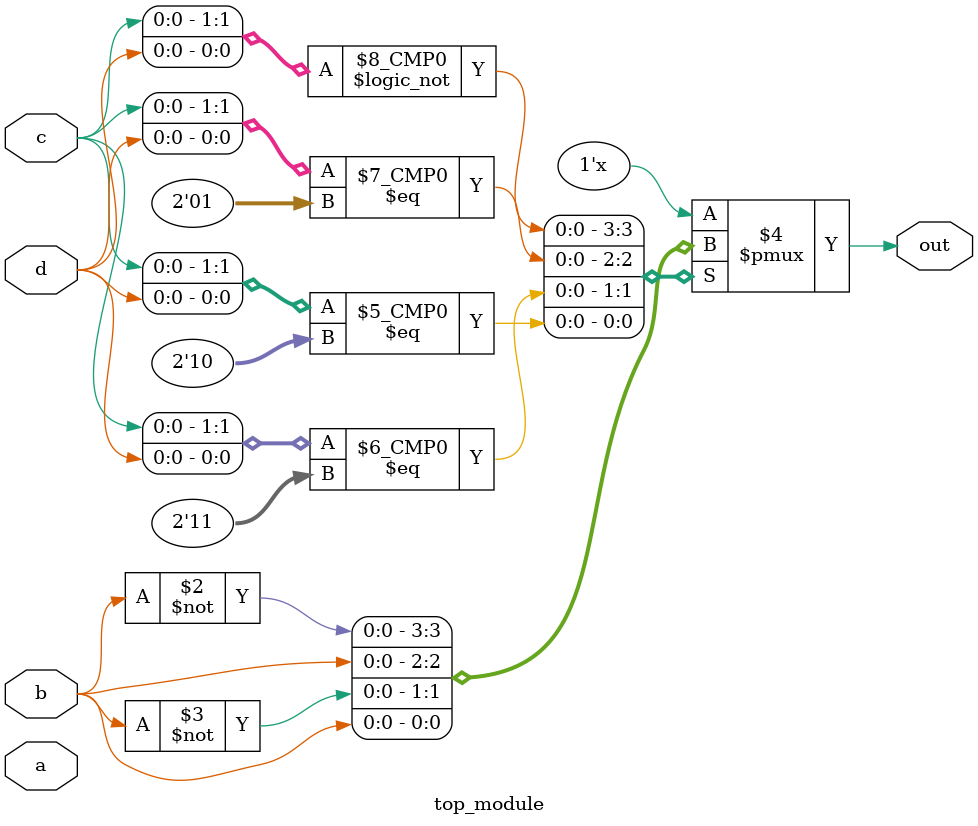
<source format=sv>
module top_module (
    input a, 
    input b,
    input c,
    input d,
    output reg out
);

    always @(*) begin
        case ({c, d})
            2'b00: out = ~b;
            2'b01: out = b;
            2'b11: out = ~b;
            2'b10: out = b;
            default: out = 0; // default case to cover all conditions
        endcase
    end

endmodule

</source>
